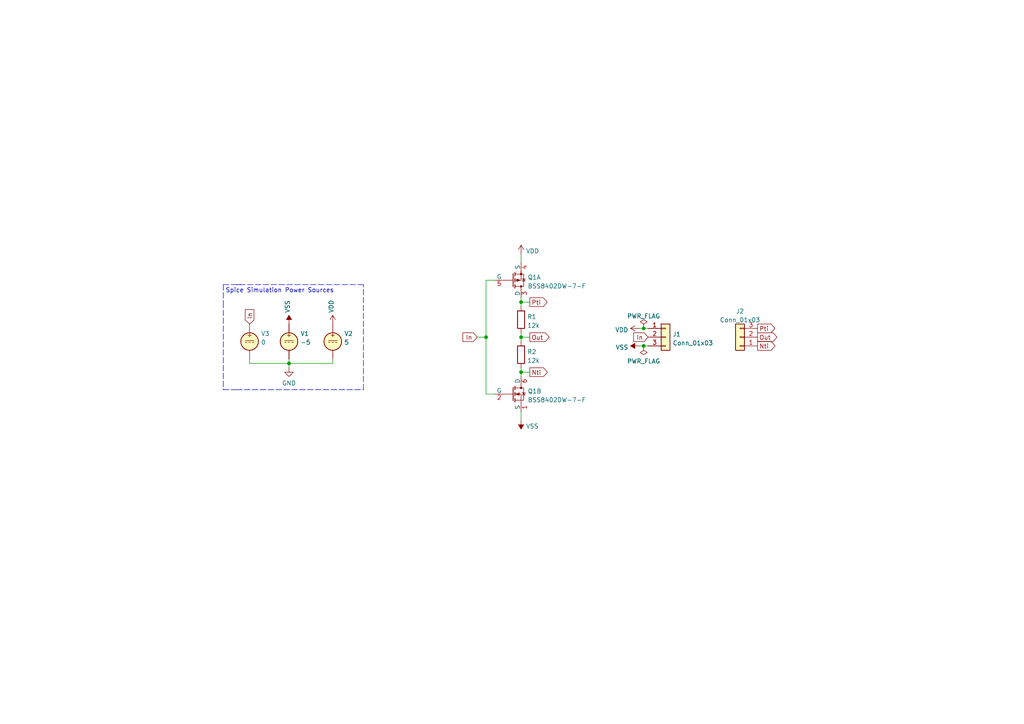
<source format=kicad_sch>
(kicad_sch (version 20211123) (generator eeschema)
  (paper "A4")
  (title_block (title "Balanced Ternary Inverter Gate") (date "2022-08-04") (rev "0"))
  (lib_symbols
    (symbol "Connector_Generic:Conn_01x03" (pin_names (offset 1.016) hide)
      (property "Reference" "J" (at 0 5.08 0))
      (property "Value" "Conn_01x03" (at 0 -5.08 0))
      (symbol "Conn_01x03_1_1"
        (rectangle (start -1.27 -2.413) (end 0 -2.667) (stroke (width 0.1524)))
        (rectangle (start -1.27 0.127) (end 0 -0.127) (stroke (width 0.1524)))
        (rectangle (start -1.27 2.667) (end 0 2.413) (stroke (width 0.1524)))
        (rectangle (start -1.27 3.81) (end 1.27 -3.81) (stroke (width 0.254)) (fill (type background)))
        (pin passive line (at -5.08 2.54 0) (length 3.81) (name "Pin_1") (number "1"))
        (pin passive line (at -5.08 0 0) (length 3.81) (name "Pin_2") (number "2"))
        (pin passive line (at -5.08 -2.54 0) (length 3.81) (name "Pin_3") (number "3"))
      )
    )
    (symbol "Device:R" (pin_numbers hide) (pin_names (offset 0))
      (property "Reference" "R" (at 2.032 0 90))
      (property "Value" "R" (at 0 0 90))
      (symbol "R_0_1"
        (rectangle (start -1.016 -2.54) (end 1.016 2.54) (stroke (width 0.254)))
      )
      (symbol "R_1_1"
        (pin passive line (at 0 3.81 270) (length 1.27) (name "~") (number "1"))
        (pin passive line (at 0 -3.81 90) (length 1.27) (name "~") (number "2"))
      )
    )
    (symbol "Simulation_SPICE:VDC" (pin_numbers hide) (pin_names (offset 0.0254))
      (property "Reference" "V" (at 2.54 2.54 0))
      (property "Value" "VDC" (at 2.54 0 0))
      (property "Spice_Model" "dc(1)" (at 2.54 -2.54 0))
      (symbol "VDC_0_0"
        (polyline (pts (xy -1.27 0.254) (xy 1.27 0.254)))
        (polyline (pts (xy -0.762 -0.254) (xy -1.27 -0.254)))
        (polyline (pts (xy 0.254 -0.254) (xy -0.254 -0.254)))
        (polyline (pts (xy 1.27 -0.254) (xy 0.762 -0.254)))
        (text "+" (at 0 1.905 0) (effects (font (size 1.27 1.27))))
      )
      (symbol "VDC_0_1"
        (circle (center 0 0) (radius 2.54) (stroke (width 0.254)) (fill (type background)))
      )
      (symbol "VDC_1_1"
        (pin passive line (at 0 5.08 270) (length 2.54) (name "~") (number "1"))
        (pin passive line (at 0 -5.08 90) (length 2.54) (name "~") (number "2"))
      )
    )
    (symbol "Tritium:BSS8402DW-7-F" (pin_names (offset 0))
      (property "Reference" "Q" (at 2.54 1.27 0))
      (property "Value" "BSS8402DW-7-F" (at 2.54 -1.27 0))
      (symbol "BSS8402DW-7-F_0_1"
        (polyline (pts (xy -2.286 -1.905) (xy -2.286 1.905)) (stroke (width 0.254)))
        (polyline (pts (xy -2.286 0) (xy -5.08 0)))
        (polyline (pts (xy -1.778 -2.286) (xy -1.778 -1.27)) (stroke (width 0.254)))
        (polyline (pts (xy -1.778 -0.508) (xy -1.778 0.508)) (stroke (width 0.254)))
        (polyline (pts (xy -1.778 1.27) (xy -1.778 2.286)) (stroke (width 0.254)))
        (polyline (pts (xy 0 2.54) (xy 0 1.778)))
        (polyline (pts (xy -1.778 -1.778) (xy 0.762 -1.778) (xy 0.762 1.778) (xy -1.778 1.778)))
        (polyline (pts (xy 0.254 0.508) (xy 0.381 0.381) (xy 1.143 0.381) (xy 1.27 0.254)))
        (polyline (pts (xy 0.762 0.381) (xy 0.381 -0.254) (xy 1.143 -0.254) (xy 0.762 0.381)))
        (circle (center 0 1.778) (radius 0.254) (fill (type outline)))
      )
      (symbol "BSS8402DW-7-F_1_1"
        (circle (center 0 -1.778) (radius 0.254) (fill (type outline)))
        (polyline (pts (xy 0 -2.54) (xy 0 -1.778)))
        (polyline (pts (xy 0 2.54) (xy 0 0) (xy -1.778 0)))
        (polyline (pts (xy -0.254 0) (xy -1.27 -0.381) (xy -1.27 0.381) (xy -0.254 0)) (fill (type outline)))
        (pin passive line (at 0 -5.08 90) (length 2.54) (name "D") (number "3"))
        (pin passive line (at 0 5.08 270) (length 2.54) (name "S") (number "4"))
        (pin input line (at -7.62 0 0) (length 2.54) (name "G") (number "5"))
      )
      (symbol "BSS8402DW-7-F_2_1"
        (polyline (pts (xy 0 -2.54) (xy 0 0) (xy -1.778 0)))
        (polyline (pts (xy -1.524 0) (xy -0.508 0.381) (xy -0.508 -0.381) (xy -1.524 0)) (fill (type outline)))
        (pin passive line (at 0 -5.08 90) (length 2.54) (name "S") (number "1"))
        (pin input line (at -7.62 0 0) (length 2.54) (name "G") (number "2"))
        (pin passive line (at 0 5.08 270) (length 2.54) (name "D") (number "6"))
      )
    )
    (symbol "power:GND" (power) (pin_names (offset 0))
      (property "Value" "GND" (at 0 -3.81 0))
      (symbol "GND_0_1"
        (polyline (pts (xy 0 0) (xy 0 -1.27) (xy 1.27 -1.27) (xy 0 -2.54) (xy -1.27 -1.27) (xy 0 -1.27)))
      )
      (symbol "GND_1_1"
        (pin power_in line (at 0 0 270) (length 0) hide (name "GND") (number "1"))
      )
    )
    (symbol "power:PWR_FLAG" (power) (pin_numbers hide) (pin_names (offset 0) hide)
      (property "Value" "PWR_FLAG" (at 0 3.81 0))
      (symbol "PWR_FLAG_0_0"
        (pin power_out line (at 0 0 90) (length 0) (name "pwr") (number "1"))
      )
      (symbol "PWR_FLAG_0_1"
        (polyline (pts (xy 0 0) (xy 0 1.27) (xy -1.016 1.905) (xy 0 2.54) (xy 1.016 1.905) (xy 0 1.27)))
      )
    )
    (symbol "power:VDD" (power) (pin_names (offset 0))
      (property "Value" "VDD" (at 0 3.81 0))
      (symbol "VDD_0_1"
        (polyline (pts (xy -0.762 1.27) (xy 0 2.54)))
        (polyline (pts (xy 0 0) (xy 0 2.54)))
        (polyline (pts (xy 0 2.54) (xy 0.762 1.27)))
      )
      (symbol "VDD_1_1"
        (pin power_in line (at 0 0 90) (length 0) hide (name "VDD") (number "1"))
      )
    )
    (symbol "power:VSS" (power) (pin_names (offset 0))
      (property "Value" "VSS" (at 0 3.81 0))
      (symbol "VSS_0_1"
        (polyline (pts (xy 0 0) (xy 0 2.54)))
        (polyline (pts (xy 0.762 1.27) (xy -0.762 1.27) (xy 0 2.54) (xy 0.762 1.27)) (fill (type outline)))
      )
      (symbol "VSS_1_1"
        (pin power_in line (at 0 0 90) (length 0) hide (name "VSS") (number "1"))
      )
    )
  )
  (junction (at 151.13 97.79))
  (junction (at 83.82 105.41))
  (junction (at 151.13 107.95))
  (junction (at 151.13 87.63))
  (junction (at 140.97 97.79))
  (junction (at 186.69 95.25))
  (junction (at 186.69 100.33))
  (wire (pts (xy 186.69 95.25) (xy 187.96 95.25)))
  (wire (pts (xy 151.13 97.79) (xy 153.67 97.79)))
  (polyline (pts (xy 105.41 113.03) (xy 105.41 82.55)))
  (wire (pts (xy 140.97 81.28) (xy 140.97 97.79)))
  (wire (pts (xy 151.13 87.63) (xy 153.67 87.63)))
  (wire (pts (xy 140.97 97.79) (xy 140.97 114.3)))
  (wire (pts (xy 96.52 105.41) (xy 96.52 104.14)))
  (wire (pts (xy 186.69 100.33) (xy 187.96 100.33)))
  (wire (pts (xy 138.43 97.79) (xy 140.97 97.79)))
  (wire (pts (xy 151.13 107.95) (xy 151.13 109.22)))
  (polyline (pts (xy 64.77 113.03) (xy 68.58 113.03)))
  (wire (pts (xy 151.13 73.66) (xy 151.13 76.2)))
  (polyline (pts (xy 64.77 82.55) (xy 68.58 82.55)))
  (wire (pts (xy 151.13 96.52) (xy 151.13 97.79)))
  (polyline (pts (xy 68.58 113.03) (xy 105.41 113.03)))
  (wire (pts (xy 83.82 104.14) (xy 83.82 105.41)))
  (wire (pts (xy 151.13 107.95) (xy 153.67 107.95)))
  (wire (pts (xy 185.42 100.33) (xy 186.69 100.33)))
  (wire (pts (xy 151.13 97.79) (xy 151.13 99.06)))
  (wire (pts (xy 185.42 95.25) (xy 186.69 95.25)))
  (wire (pts (xy 72.39 105.41) (xy 72.39 104.14)))
  (wire (pts (xy 143.51 81.28) (xy 140.97 81.28)))
  (wire (pts (xy 151.13 119.38) (xy 151.13 121.92)))
  (wire (pts (xy 83.82 105.41) (xy 96.52 105.41)))
  (polyline (pts (xy 64.77 82.55) (xy 64.77 87.63)))
  (wire (pts (xy 151.13 87.63) (xy 151.13 88.9)))
  (polyline (pts (xy 105.41 82.55) (xy 68.58 82.55)))
  (wire (pts (xy 140.97 114.3) (xy 143.51 114.3)))
  (wire (pts (xy 83.82 105.41) (xy 83.82 106.68)))
  (wire (pts (xy 151.13 86.36) (xy 151.13 87.63)))
  (wire (pts (xy 151.13 106.68) (xy 151.13 107.95)))
  (polyline (pts (xy 64.77 87.63) (xy 64.77 113.03)))
  (polyline (pts (xy 68.58 82.55) (xy 69.85 82.55)))
  (wire (pts (xy 83.82 105.41) (xy 72.39 105.41)))
  (text "Spice Simulation Power Sources" (at 65.405 85.09 0) (effects (font (size 1.27 1.27)) (justify left bottom)))
  (global_label "In" (shape input) (at 72.39 93.98 90) (property "Intersheet References" "${INTERSHEET_REFS}" (effects hide)))
  (global_label "In" (shape input) (at 138.43 97.79 180) (property "Intersheet References" "${INTERSHEET_REFS}" (effects hide)))
  (global_label "In" (shape input) (at 187.96 97.79 180) (property "Intersheet References" "${INTERSHEET_REFS}" (effects hide)))
  (global_label "Out" (shape output) (at 219.71 97.79 0) (property "Intersheet References" "${INTERSHEET_REFS}" (effects hide)))
  (global_label "Nti" (shape output) (at 219.71 100.33 0) (property "Intersheet References" "${INTERSHEET_REFS}" (effects hide)))
  (global_label "Pti" (shape output) (at 153.67 87.63 0) (property "Intersheet References" "${INTERSHEET_REFS}" (effects hide)))
  (global_label "Out" (shape output) (at 153.67 97.79 0) (property "Intersheet References" "${INTERSHEET_REFS}" (effects hide)))
  (global_label "Pti" (shape output) (at 219.71 95.25 0) (property "Intersheet References" "${INTERSHEET_REFS}" (effects hide)))
  (global_label "Nti" (shape output) (at 153.67 107.95 0) (property "Intersheet References" "${INTERSHEET_REFS}" (effects hide)))
  (symbol (lib_id "Connector_Generic:Conn_01x03") (at 193.04 97.79 0) (unit 1)
    (property "Reference" "J1" (at 195.072 96.9553 0) (effects (justify left)))
    (property "Value" "Conn_01x03" (at 195.072 99.4922 0) (effects (justify left)))
    (property "Footprint" "Tritium:PinHeader_1x03_P2.54mm_Vertical_NoSilkscreen" (effects hide))
    (property "Spice_Primitive" "X" (effects hide))
    (property "Spice_Model" "R" (effects hide))
    (property "Spice_Netlist_Enabled" "N" (effects hide))
  )
  (symbol (lib_id "power:GND") (at 83.82 106.68 0) (unit 1)
    (property "Reference" "#PWR02" (effects hide))
    (property "Value" "GND" (at 83.82 111.1234 0))
  )
  (symbol (lib_id "power:PWR_FLAG") (at 186.69 100.33 180) (unit 1)
    (property "Reference" "#FLG02" (effects hide))
    (property "Value" "PWR_FLAG" (at 186.69 104.7734 0))
  )
  (symbol (lib_id "power:PWR_FLAG") (at 186.69 95.25 0) (unit 1)
    (property "Reference" "#FLG01" (effects hide))
    (property "Value" "PWR_FLAG" (at 186.69 91.6742 0))
  )
  (symbol (lib_id "power:VDD") (at 185.42 95.25 90) (unit 1)
    (property "Reference" "#PWR0107" (effects hide))
    (property "Value" "VDD" (at 182.245 95.6838 90) (effects (justify left)))
  )
  (symbol (lib_id "power:VDD") (at 151.13 73.66 0) (unit 1)
    (property "Reference" "#PWR0108" (effects hide))
    (property "Value" "VDD" (at 152.527 72.8238 0) (effects (justify left)))
  )
  (symbol (lib_id "Simulation_SPICE:VDC") (at 72.39 99.06 0) (unit 1)
    (property "Reference" "V3" (at 75.692 96.7671 0) (effects (justify left)))
    (property "Value" "VDC" (at 75.692 99.304 0) (effects (justify left)))
    (property "Spice_Netlist_Enabled" "Y" (effects hide))
    (property "Spice_Primitive" "V" (effects hide))
    (property "Spice_Model" "dc(0)" (at 75.692 101.8409 0) (effects (justify left)))
  )
  (symbol (lib_id "Device:R") (at 151.13 92.71 0) (unit 1)
    (property "Reference" "R1" (at 152.908 91.8753 0) (effects (justify left)))
    (property "Value" "12k" (at 152.908 94.4122 0) (effects (justify left)))
    (property "Footprint" "Resistor_SMD:R_0603_1608Metric_Pad0.98x0.95mm_HandSolder" (effects hide))
  )
  (symbol (lib_id "power:VSS") (at 185.42 100.33 90) (unit 1)
    (property "Reference" "#PWR0106" (effects hide))
    (property "Value" "VSS" (at 182.245 100.7638 90) (effects (justify left)))
  )
  (symbol (lib_id "Tritium:BSS8402DW-7-F") (at 151.13 114.3 0) (unit 2)
    (property "Reference" "Q1" (at 153.035 113.4653 0) (effects (justify left)))
    (property "Value" "BSS8402DW-7-F" (at 153.035 116.0022 0) (effects (justify left)))
    (property "Footprint" "Package_TO_SOT_SMD:SOT-363_SC-70-6_Handsoldering" (effects hide))
    (property "Datasheet" "https://www.diodes.com/assets/Datasheets/ds30380.pdf" (effects hide))
    (property "Spice_Primitive" "X" (effects hide))
    (property "Spice_Model" "BSS8402DW" (effects hide))
    (property "Spice_Netlist_Enabled" "Y" (effects hide))
    (property "Spice_Lib_File" "/lab/dev/tritium/library/TritiumSpice.lib" (effects hide))
  )
  (symbol (lib_id "power:VSS") (at 83.82 93.98 0) (unit 1)
    (property "Reference" "#PWR01" (effects hide))
    (property "Value" "VSS" (at 83.3862 90.805 90) (effects (justify left)))
  )
  (symbol (lib_id "Simulation_SPICE:VDC") (at 83.82 99.06 0) (unit 1)
    (property "Reference" "V1" (at 87.122 96.7671 0) (effects (justify left)))
    (property "Value" "VDC" (at 87.122 99.304 0) (effects (justify left)))
    (property "Spice_Netlist_Enabled" "Y" (effects hide))
    (property "Spice_Primitive" "V" (effects hide))
    (property "Spice_Model" "dc(-5)" (at 87.122 101.8409 0) (effects (justify left)))
  )
  (symbol (lib_id "Device:R") (at 151.13 102.87 0) (unit 1)
    (property "Reference" "R2" (at 152.908 102.0353 0) (effects (justify left)))
    (property "Value" "12k" (at 152.908 104.5722 0) (effects (justify left)))
    (property "Footprint" "Resistor_SMD:R_0603_1608Metric_Pad0.98x0.95mm_HandSolder" (effects hide))
  )
  (symbol (lib_id "Connector_Generic:Conn_01x03") (at 214.63 97.79 180) (unit 1)
    (property "Reference" "J2" (at 214.63 90.2802 0))
    (property "Value" "Conn_01x03" (at 214.63 92.8171 0))
    (property "Footprint" "Tritium:PinHeader_1x03_P2.54mm_Vertical_NoSilkscreen" (effects hide))
    (property "Spice_Primitive" "X" (effects hide))
    (property "Spice_Model" "Conn_01x03" (effects hide))
    (property "Spice_Netlist_Enabled" "N" (effects hide))
  )
  (symbol (lib_id "power:VSS") (at 151.13 121.92 180) (unit 1)
    (property "Reference" "#PWR0105" (effects hide))
    (property "Value" "VSS" (at 152.527 123.6238 0) (effects (justify right)))
  )
  (symbol (lib_id "Tritium:BSS8402DW-7-F") (at 151.13 81.28 0) (unit 1)
    (property "Reference" "Q1" (at 153.035 80.4453 0) (effects (justify left)))
    (property "Value" "BSS8402DW-7-F" (at 153.035 82.9822 0) (effects (justify left)))
    (property "Footprint" "Package_TO_SOT_SMD:SOT-363_SC-70-6_Handsoldering" (effects hide))
    (property "Datasheet" "https://www.diodes.com/assets/Datasheets/ds30380.pdf" (effects hide))
    (property "Spice_Primitive" "X" (effects hide))
    (property "Spice_Model" "BSS8402DW" (effects hide))
    (property "Spice_Netlist_Enabled" "Y" (effects hide))
    (property "Spice_Lib_File" "/lab/dev/tritium/library/TritiumSpice.lib" (effects hide))
  )
  (symbol (lib_id "power:VDD") (at 96.52 93.98 0) (unit 1)
    (property "Reference" "#PWR03" (effects hide))
    (property "Value" "VDD" (at 96.0862 90.805 90) (effects (justify left)))
  )
  (symbol (lib_id "Simulation_SPICE:VDC") (at 96.52 99.06 0) (unit 1)
    (property "Reference" "V2" (at 99.822 96.7671 0) (effects (justify left)))
    (property "Value" "VDC" (at 99.822 99.304 0) (effects (justify left)))
    (property "Spice_Netlist_Enabled" "Y" (effects hide))
    (property "Spice_Primitive" "V" (effects hide))
    (property "Spice_Model" "dc(5)" (at 99.822 101.8409 0) (effects (justify left)))
  )
)
</source>
